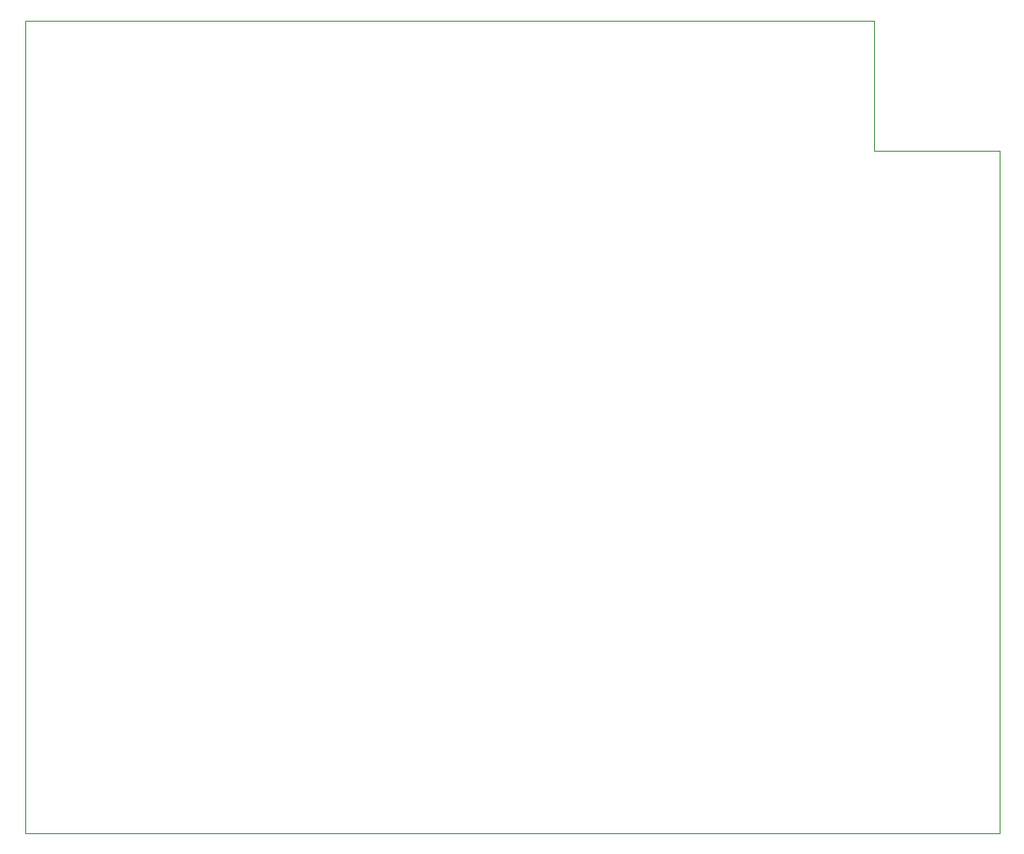
<source format=gm1>
G04 #@! TF.GenerationSoftware,KiCad,Pcbnew,(6.0.7)*
G04 #@! TF.CreationDate,2023-08-04T00:04:24+07:00*
G04 #@! TF.ProjectId,ECELab_v1,4543454c-6162-45f7-9631-2e6b69636164,rev?*
G04 #@! TF.SameCoordinates,Original*
G04 #@! TF.FileFunction,Profile,NP*
%FSLAX46Y46*%
G04 Gerber Fmt 4.6, Leading zero omitted, Abs format (unit mm)*
G04 Created by KiCad (PCBNEW (6.0.7)) date 2023-08-04 00:04:24*
%MOMM*%
%LPD*%
G01*
G04 APERTURE LIST*
G04 #@! TA.AperFunction,Profile*
%ADD10C,0.100000*%
G04 #@! TD*
G04 APERTURE END LIST*
D10*
X168359650Y-144450000D02*
X168360350Y-68220000D01*
X259736800Y-144450000D02*
X168359650Y-144450000D01*
X168360350Y-68220000D02*
X248000000Y-68220000D01*
X248003600Y-80416400D02*
X259740400Y-80416400D01*
X248000000Y-68220000D02*
X248003600Y-80416400D01*
X259740400Y-80416400D02*
X259736800Y-144450000D01*
M02*

</source>
